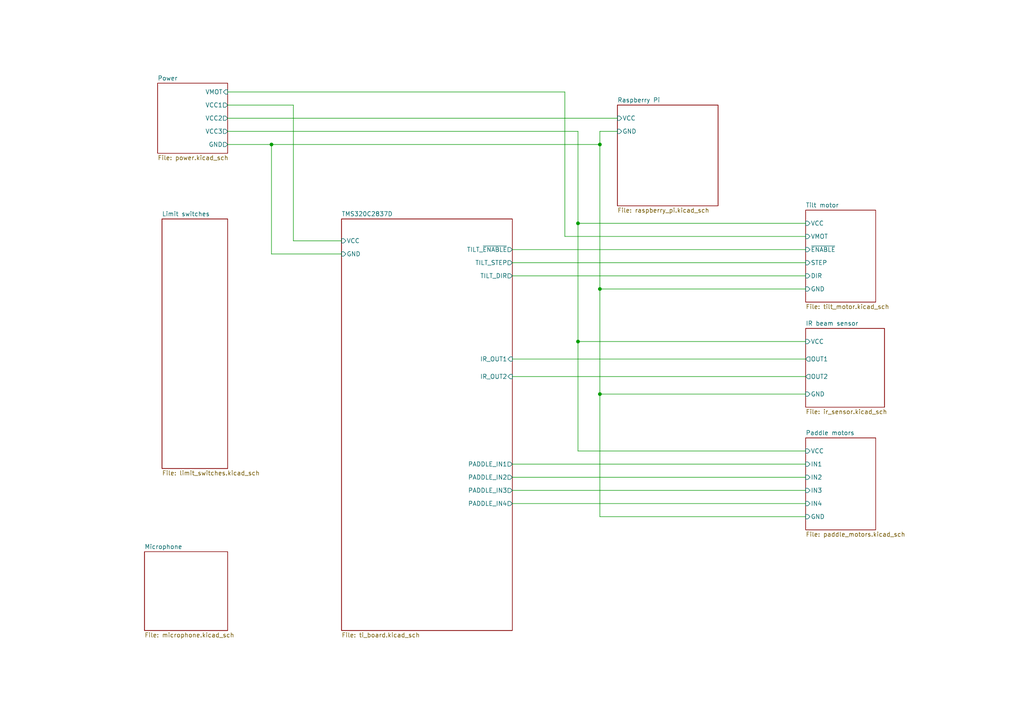
<source format=kicad_sch>
(kicad_sch (version 20230121) (generator eeschema)
  (paper "A4")
  (title_block (title "ELEX 7820 RTOS Project"))
  (lib_symbols)
  (junction (at 173.99 83.82))
  (junction (at 167.64 64.77))
  (junction (at 167.64 99.06))
  (junction (at 173.99 114.3))
  (junction (at 173.99 41.91))
  (junction (at 78.74 41.91))
  (wire (pts (xy 66.04 38.1) (xy 167.64 38.1)))
  (wire (pts (xy 173.99 83.82) (xy 173.99 114.3)))
  (wire (pts (xy 85.09 30.48) (xy 66.04 30.48)))
  (wire (pts (xy 173.99 38.1) (xy 173.99 41.91)))
  (wire (pts (xy 167.64 38.1) (xy 167.64 64.77)))
  (wire (pts (xy 148.59 72.39) (xy 233.68 72.39)))
  (wire (pts (xy 233.68 149.86) (xy 173.99 149.86)))
  (wire (pts (xy 148.59 146.05) (xy 233.68 146.05)))
  (wire (pts (xy 233.68 130.81) (xy 167.64 130.81)))
  (wire (pts (xy 173.99 41.91) (xy 173.99 83.82)))
  (wire (pts (xy 163.83 26.67) (xy 163.83 68.58)))
  (wire (pts (xy 148.59 104.14) (xy 233.68 104.14)))
  (wire (pts (xy 148.59 80.01) (xy 233.68 80.01)))
  (wire (pts (xy 78.74 41.91) (xy 173.99 41.91)))
  (wire (pts (xy 66.04 34.29) (xy 179.07 34.29)))
  (wire (pts (xy 148.59 138.43) (xy 233.68 138.43)))
  (wire (pts (xy 163.83 68.58) (xy 233.68 68.58)))
  (wire (pts (xy 66.04 26.67) (xy 163.83 26.67)))
  (wire (pts (xy 148.59 134.62) (xy 233.68 134.62)))
  (wire (pts (xy 85.09 69.85) (xy 99.06 69.85)))
  (wire (pts (xy 233.68 99.06) (xy 167.64 99.06)))
  (wire (pts (xy 167.64 64.77) (xy 167.64 99.06)))
  (wire (pts (xy 148.59 142.24) (xy 233.68 142.24)))
  (wire (pts (xy 233.68 114.3) (xy 173.99 114.3)))
  (wire (pts (xy 66.04 41.91) (xy 78.74 41.91)))
  (wire (pts (xy 173.99 114.3) (xy 173.99 149.86)))
  (wire (pts (xy 78.74 41.91) (xy 78.74 73.66)))
  (wire (pts (xy 167.64 64.77) (xy 233.68 64.77)))
  (wire (pts (xy 173.99 83.82) (xy 233.68 83.82)))
  (wire (pts (xy 148.59 76.2) (xy 233.68 76.2)))
  (wire (pts (xy 173.99 38.1) (xy 179.07 38.1)))
  (wire (pts (xy 78.74 73.66) (xy 99.06 73.66)))
  (wire (pts (xy 148.59 109.22) (xy 233.68 109.22)))
  (wire (pts (xy 167.64 99.06) (xy 167.64 130.81)))
  (wire (pts (xy 85.09 30.48) (xy 85.09 69.85)))
  (sheet (at 99.06 63.5) (size 49.53 119.38) (stroke (width 0.1524))
    (property "Sheetname" "TMS320C2837D" (at 99.06 62.7884 0) (effects (justify left bottom)))
    (property "Sheetfile" "ti_board.kicad_sch" (at 99.06 183.4646 0) (effects (justify left top)))
    (pin "VCC" input (at 99.06 69.85 180))
    (pin "GND" input (at 99.06 73.66 180))
    (pin "IR_OUT1" input (at 148.59 104.14 0))
    (pin "IR_OUT2" input (at 148.59 109.22 0))
    (pin "PADDLE_IN2" output (at 148.59 138.43 0))
    (pin "PADDLE_IN3" output (at 148.59 142.24 0))
    (pin "PADDLE_IN4" output (at 148.59 146.05 0))
    (pin "PADDLE_IN1" output (at 148.59 134.62 0))
    (pin "TILT_~{ENABLE}" output (at 148.59 72.39 0))
    (pin "TILT_STEP" output (at 148.59 76.2 0))
    (pin "TILT_DIR" output (at 148.59 80.01 0))
  )
  (sheet (at 233.68 127) (size 20.32 26.67) (stroke (width 0.1524))
    (property "Sheetname" "Paddle motors" (at 233.68 126.2884 0) (effects (justify left bottom)))
    (property "Sheetfile" "paddle_motors.kicad_sch" (at 233.68 154.2546 0) (effects (justify left top)))
    (pin "GND" input (at 233.68 149.86 180))
    (pin "IN1" input (at 233.68 134.62 180))
    (pin "IN3" input (at 233.68 142.24 180))
    (pin "IN2" input (at 233.68 138.43 180))
    (pin "IN4" input (at 233.68 146.05 180))
    (pin "VCC" input (at 233.68 130.81 180))
  )
  (sheet (at 46.99 63.5) (size 19.05 72.39) (stroke (width 0.1524))
    (property "Sheetname" "Limit switches" (at 46.99 62.7884 0) (effects (justify left bottom)))
    (property "Sheetfile" "limit_switches.kicad_sch" (at 46.99 136.4746 0) (effects (justify left top)))
  )
  (sheet (at 233.68 95.25) (size 22.86 22.86) (stroke (width 0.1524))
    (property "Sheetname" "IR beam sensor" (at 233.68 94.5384 0) (effects (justify left bottom)))
    (property "Sheetfile" "ir_sensor.kicad_sch" (at 233.68 118.6946 0) (effects (justify left top)))
    (pin "GND" input (at 233.68 114.3 180))
    (pin "VCC" input (at 233.68 99.06 180))
    (pin "OUT1" output (at 233.68 104.14 180))
    (pin "OUT2" output (at 233.68 109.22 180))
  )
  (sheet (at 41.91 160.02) (size 24.13 22.86) (stroke (width 0.1524))
    (property "Sheetname" "Microphone" (at 41.91 159.3084 0) (effects (justify left bottom)))
    (property "Sheetfile" "microphone.kicad_sch" (at 41.91 183.4646 0) (effects (justify left top)))
  )
  (sheet (at 179.07 30.48) (size 29.21 29.21) (stroke (width 0.1524))
    (property "Sheetname" "Raspberry Pi" (at 179.07 29.7684 0) (effects (justify left bottom)))
    (property "Sheetfile" "raspberry_pi.kicad_sch" (at 179.07 60.2746 0) (effects (justify left top)))
    (pin "GND" input (at 179.07 38.1 180))
    (pin "VCC" input (at 179.07 34.29 180))
  )
  (sheet (at 233.68 60.96) (size 20.32 26.67) (stroke (width 0.1524))
    (property "Sheetname" "Tilt motor" (at 233.68 60.2484 0) (effects (justify left bottom)))
    (property "Sheetfile" "tilt_motor.kicad_sch" (at 233.68 88.2146 0) (effects (justify left top)))
    (pin "~{ENABLE}" input (at 233.68 72.39 180))
    (pin "STEP" input (at 233.68 76.2 180))
    (pin "DIR" input (at 233.68 80.01 180))
    (pin "VCC" input (at 233.68 64.77 180))
    (pin "VMOT" input (at 233.68 68.58 180))
    (pin "GND" input (at 233.68 83.82 180))
  )
  (sheet (at 45.72 24.13) (size 20.32 20.32) (stroke (width 0.1524))
    (property "Sheetname" "Power" (at 45.72 23.4184 0) (effects (justify left bottom)))
    (property "Sheetfile" "power.kicad_sch" (at 45.72 45.0346 0) (effects (justify left top)))
    (pin "VCC3" output (at 66.04 38.1 0))
    (pin "VCC1" output (at 66.04 30.48 0))
    (pin "GND" output (at 66.04 41.91 0))
    (pin "VCC2" output (at 66.04 34.29 0))
    (pin "VMOT" input (at 66.04 26.67 0))
  )
)
</source>
